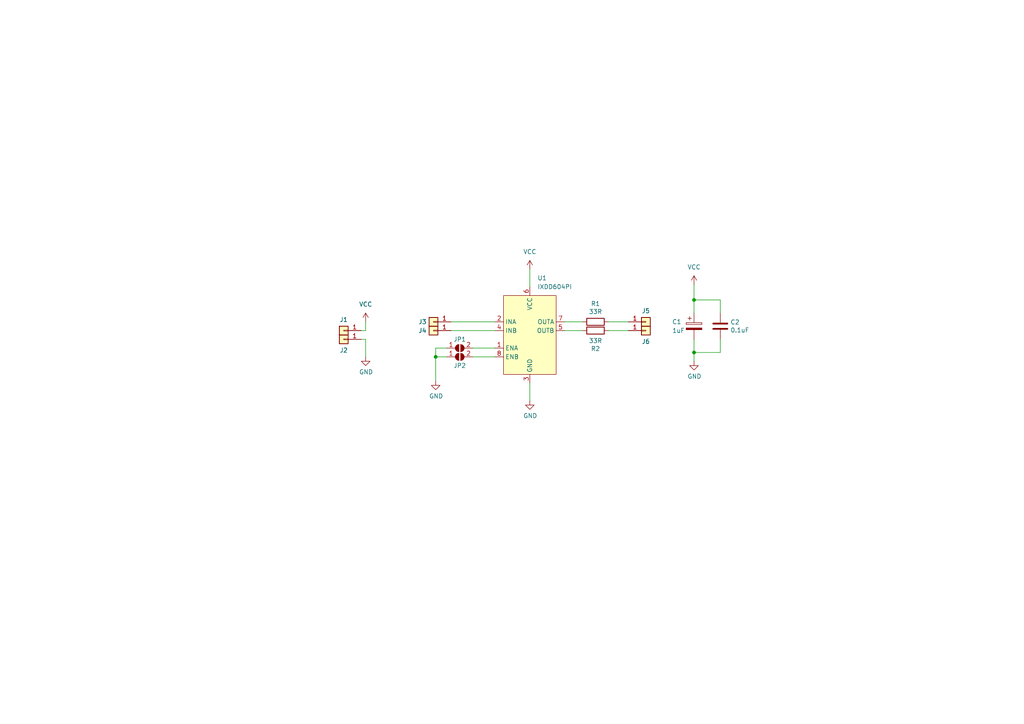
<source format=kicad_sch>
(kicad_sch (version 20230121) (generator eeschema)
  (paper "A4")
  (lib_symbols
    (symbol "Connector_Generic:Conn_01x01" (pin_names (offset 1.016) hide)
      (property "Reference" "J" (at 0 2.54 0))
      (property "Value" "Conn_01x01" (at 0 -2.54 0))
      (symbol "Conn_01x01_1_1"
        (rectangle (start -1.27 0.127) (end 0 -0.127) (stroke (width 0.1524)))
        (rectangle (start -1.27 1.27) (end 1.27 -1.27) (stroke (width 0.254)) (fill (type background)))
        (pin passive line (at -5.08 0 0) (length 3.81) (name "Pin_1") (number "1"))
      )
    )
    (symbol "Device:C" (pin_numbers hide) (pin_names (offset 0.254))
      (property "Reference" "C" (at 0.635 2.54 0))
      (property "Value" "C" (at 0.635 -2.54 0))
      (symbol "C_0_1"
        (polyline (pts (xy -2.032 -0.762) (xy 2.032 -0.762)) (stroke (width 0.508)))
        (polyline (pts (xy -2.032 0.762) (xy 2.032 0.762)) (stroke (width 0.508)))
      )
      (symbol "C_1_1"
        (pin passive line (at 0 3.81 270) (length 2.794) (name "~") (number "1"))
        (pin passive line (at 0 -3.81 90) (length 2.794) (name "~") (number "2"))
      )
    )
    (symbol "Device:C_Polarized" (pin_numbers hide) (pin_names (offset 0.254))
      (property "Reference" "C" (at 0.635 2.54 0))
      (property "Value" "C_Polarized" (at 0.635 -2.54 0))
      (symbol "C_Polarized_0_1"
        (rectangle (start -2.286 0.508) (end 2.286 1.016))
        (polyline (pts (xy -1.778 2.286) (xy -0.762 2.286)))
        (polyline (pts (xy -1.27 2.794) (xy -1.27 1.778)))
        (rectangle (start 2.286 -0.508) (end -2.286 -1.016) (fill (type outline)))
      )
      (symbol "C_Polarized_1_1"
        (pin passive line (at 0 3.81 270) (length 2.794) (name "~") (number "1"))
        (pin passive line (at 0 -3.81 90) (length 2.794) (name "~") (number "2"))
      )
    )
    (symbol "Device:R" (pin_numbers hide) (pin_names (offset 0))
      (property "Reference" "R" (at 2.032 0 90))
      (property "Value" "R" (at 0 0 90))
      (symbol "R_0_1"
        (rectangle (start -1.016 -2.54) (end 1.016 2.54) (stroke (width 0.254)))
      )
      (symbol "R_1_1"
        (pin passive line (at 0 3.81 270) (length 1.27) (name "~") (number "1"))
        (pin passive line (at 0 -3.81 90) (length 1.27) (name "~") (number "2"))
      )
    )
    (symbol "Jumper:SolderJumper_2_Open" (pin_names (offset 0) hide)
      (property "Reference" "JP" (at 0 2.032 0))
      (property "Value" "SolderJumper_2_Open" (at 0 -2.54 0))
      (symbol "SolderJumper_2_Open_0_1"
        (arc (start -0.254 1.016) (mid -1.2656 0) (end -0.254 -1.016))
        (arc (start -0.254 1.016) (mid -1.2656 0) (end -0.254 -1.016) (fill (type outline)))
        (polyline (pts (xy -0.254 1.016) (xy -0.254 -1.016)))
        (polyline (pts (xy 0.254 1.016) (xy 0.254 -1.016)))
        (arc (start 0.254 -1.016) (mid 1.2656 0) (end 0.254 1.016))
        (arc (start 0.254 -1.016) (mid 1.2656 0) (end 0.254 1.016) (fill (type outline)))
      )
      (symbol "SolderJumper_2_Open_1_1"
        (pin passive line (at -3.81 0 0) (length 2.54) (name "A") (number "1"))
        (pin passive line (at 3.81 0 180) (length 2.54) (name "B") (number "2"))
      )
    )
    (symbol "lib:IXDD604PI"
      (property "Reference" "U" (at 10.16 22.86 0))
      (property "Value" "IXDD604PI" (at 10.16 20.32 0))
      (symbol "IXDD604PI_1_1"
        (rectangle (start -5.08 17.78) (end 10.16 -5.08) (fill (type background)))
        (pin input line (at -7.62 2.54 0) (length 2.54) (name "ENA") (number "1"))
        (pin input line (at -7.62 10.16 0) (length 2.54) (name "INA") (number "2"))
        (pin power_in line (at 2.54 -7.62 90) (length 2.54) (name "GND") (number "3"))
        (pin input line (at -7.62 7.62 0) (length 2.54) (name "INB") (number "4"))
        (pin output line (at 12.7 7.62 180) (length 2.54) (name "OUTB") (number "5"))
        (pin power_in line (at 2.54 20.32 270) (length 2.54) (name "VCC") (number "6"))
        (pin output line (at 12.7 10.16 180) (length 2.54) (name "OUTA") (number "7"))
        (pin input line (at -7.62 0 0) (length 2.54) (name "ENB") (number "8"))
      )
    )
    (symbol "power:GND" (power) (pin_names (offset 0))
      (property "Value" "GND" (at 0 -3.81 0))
      (symbol "GND_0_1"
        (polyline (pts (xy 0 0) (xy 0 -1.27) (xy 1.27 -1.27) (xy 0 -2.54) (xy -1.27 -1.27) (xy 0 -1.27)))
      )
      (symbol "GND_1_1"
        (pin power_in line (at 0 0 270) (length 0) hide (name "GND") (number "1"))
      )
    )
    (symbol "power:VCC" (power) (pin_names (offset 0))
      (property "Value" "VCC" (at 0 3.81 0))
      (symbol "VCC_0_1"
        (polyline (pts (xy -0.762 1.27) (xy 0 2.54)))
        (polyline (pts (xy 0 0) (xy 0 2.54)))
        (polyline (pts (xy 0 2.54) (xy 0.762 1.27)))
      )
      (symbol "VCC_1_1"
        (pin power_in line (at 0 0 90) (length 0) hide (name "VCC") (number "1"))
      )
    )
  )
  (junction (at 201.295 86.995))
  (junction (at 126.365 103.505))
  (junction (at 201.295 102.235))
  (wire (pts (xy 163.83 93.345) (xy 168.91 93.345)))
  (wire (pts (xy 201.295 86.995) (xy 208.915 86.995)))
  (wire (pts (xy 153.67 78.105) (xy 153.67 83.185)))
  (wire (pts (xy 130.81 93.345) (xy 143.51 93.345)))
  (wire (pts (xy 208.915 98.425) (xy 208.915 102.235)))
  (wire (pts (xy 208.915 90.805) (xy 208.915 86.995)))
  (wire (pts (xy 201.295 86.995) (xy 201.295 90.805)))
  (wire (pts (xy 106.045 103.505) (xy 106.045 98.425)))
  (wire (pts (xy 106.045 95.885) (xy 104.775 95.885)))
  (wire (pts (xy 130.81 95.885) (xy 143.51 95.885)))
  (wire (pts (xy 137.16 100.965) (xy 143.51 100.965)))
  (wire (pts (xy 126.365 100.965) (xy 126.365 103.505)))
  (wire (pts (xy 201.295 102.235) (xy 201.295 104.775)))
  (wire (pts (xy 137.16 103.505) (xy 143.51 103.505)))
  (wire (pts (xy 106.045 98.425) (xy 104.775 98.425)))
  (wire (pts (xy 176.53 95.885) (xy 182.245 95.885)))
  (wire (pts (xy 126.365 100.965) (xy 129.54 100.965)))
  (wire (pts (xy 176.53 93.345) (xy 182.245 93.345)))
  (wire (pts (xy 163.83 95.885) (xy 168.91 95.885)))
  (wire (pts (xy 126.365 103.505) (xy 126.365 110.49)))
  (wire (pts (xy 201.295 98.425) (xy 201.295 102.235)))
  (wire (pts (xy 208.915 102.235) (xy 201.295 102.235)))
  (wire (pts (xy 201.295 82.55) (xy 201.295 86.995)))
  (wire (pts (xy 153.67 111.125) (xy 153.67 116.205)))
  (wire (pts (xy 106.045 93.345) (xy 106.045 95.885)))
  (wire (pts (xy 126.365 103.505) (xy 129.54 103.505)))
  (symbol (lib_id "power:VCC") (at 201.295 82.55 0) (unit 1)
    (property "Reference" "#PWR07" (effects hide))
    (property "Value" "VCC" (at 201.295 77.47 0))
  )
  (symbol (lib_id "Connector_Generic:Conn_01x01") (at 125.73 93.345 180) (unit 1)
    (property "Reference" "J3" (at 122.555 93.345 0))
    (property "Value" "Conn_01x01" (effects hide))
  )
  (symbol (lib_id "lib:IXDD604PI") (at 151.13 103.505 0) (unit 1)
    (property "Reference" "U1" (at 155.8641 80.645 0) (effects (justify left)))
    (property "Value" "IXDD604PI" (at 155.8641 83.185 0) (effects (justify left)))
    (property "Footprint" "Package_DIP:DIP-8_W7.62mm_Socket" (effects hide))
    (property "Datasheet" "https://www.ixysic.com/home/pdfs.nsf/www/IXD_604.pdf/$file/IXD_604.pdf" (effects hide))
  )
  (symbol (lib_id "power:VCC") (at 106.045 93.345 0) (unit 1)
    (property "Reference" "#PWR01" (effects hide))
    (property "Value" "VCC" (at 106.045 88.265 0))
  )
  (symbol (lib_id "Connector_Generic:Conn_01x01") (at 187.325 93.345 0) (unit 1)
    (property "Reference" "J5" (at 187.325 90.17 0))
    (property "Value" "Conn_01x01" (effects hide))
  )
  (symbol (lib_id "Connector_Generic:Conn_01x01") (at 125.73 95.885 180) (unit 1)
    (property "Reference" "J4" (at 122.555 95.885 0))
    (property "Value" "Conn_01x01" (effects hide))
  )
  (symbol (lib_id "Connector_Generic:Conn_01x01") (at 187.325 95.885 0) (unit 1)
    (property "Reference" "J6" (at 187.325 99.06 0))
    (property "Value" "Conn_01x01" (effects hide))
  )
  (symbol (lib_id "power:GND") (at 126.365 110.49 0) (unit 1)
    (property "Reference" "#PWR03" (effects hide))
    (property "Value" "GND" (at 126.492 114.8842 0))
  )
  (symbol (lib_id "Device:C_Polarized") (at 201.295 94.615 0) (unit 1)
    (property "Reference" "C1" (at 194.945 93.345 0) (effects (justify left)))
    (property "Value" "1uF" (at 194.945 95.885 0) (effects (justify left)))
  )
  (symbol (lib_id "power:VCC") (at 153.67 78.105 0) (unit 1)
    (property "Reference" "#PWR05" (effects hide))
    (property "Value" "VCC" (at 153.67 73.025 0))
  )
  (symbol (lib_id "Device:R") (at 172.72 95.885 90) (unit 1)
    (property "Reference" "R2" (at 172.72 101.1428 90))
    (property "Value" "33R" (at 172.72 98.8314 90))
    (property "Footprint" "Resistor_THT:R_Axial_DIN0207_L6.3mm_D2.5mm_P2.54mm_Vertical" (effects hide))
  )
  (symbol (lib_id "Connector_Generic:Conn_01x01") (at 99.695 95.885 180) (unit 1)
    (property "Reference" "J1" (at 99.695 92.71 0))
    (property "Value" "Conn_01x01" (effects hide))
  )
  (symbol (lib_id "power:GND") (at 201.295 104.775 0) (unit 1)
    (property "Reference" "#PWR08" (effects hide))
    (property "Value" "GND" (at 201.422 109.1692 0))
  )
  (symbol (lib_id "Connector_Generic:Conn_01x01") (at 99.695 98.425 180) (unit 1)
    (property "Reference" "J2" (at 99.695 101.6 0))
    (property "Value" "Conn_01x01" (effects hide))
  )
  (symbol (lib_id "power:GND") (at 153.67 116.205 0) (unit 1)
    (property "Reference" "#PWR06" (effects hide))
    (property "Value" "GND" (at 153.797 120.5992 0))
  )
  (symbol (lib_id "Device:R") (at 172.72 93.345 270) (unit 1)
    (property "Reference" "R1" (at 172.72 88.0872 90))
    (property "Value" "33R" (at 172.72 90.3986 90))
    (property "Footprint" "Resistor_THT:R_Axial_DIN0207_L6.3mm_D2.5mm_P2.54mm_Vertical" (effects hide))
  )
  (symbol (lib_id "Jumper:SolderJumper_2_Open") (at 133.35 103.505 0) (unit 1)
    (property "Reference" "JP2" (at 133.35 106.045 0))
    (property "Value" "SolderJumper_2_Open" (effects hide))
  )
  (symbol (lib_id "Device:C") (at 208.915 94.615 0) (unit 1)
    (property "Reference" "C2" (at 211.836 93.4466 0) (effects (justify left)))
    (property "Value" "0.1uF" (at 211.836 95.758 0) (effects (justify left)))
    (property "Footprint" "Capacitor_THT:C_Disc_D3.0mm_W1.6mm_P2.50mm" (effects hide))
  )
  (symbol (lib_id "power:GND") (at 106.045 103.505 0) (unit 1)
    (property "Reference" "#PWR02" (effects hide))
    (property "Value" "GND" (at 106.172 107.8992 0))
  )
  (symbol (lib_id "Jumper:SolderJumper_2_Open") (at 133.35 100.965 0) (unit 1)
    (property "Reference" "JP1" (at 133.35 98.425 0))
    (property "Value" "SolderJumper_2_Open" (effects hide))
  )
)
</source>
